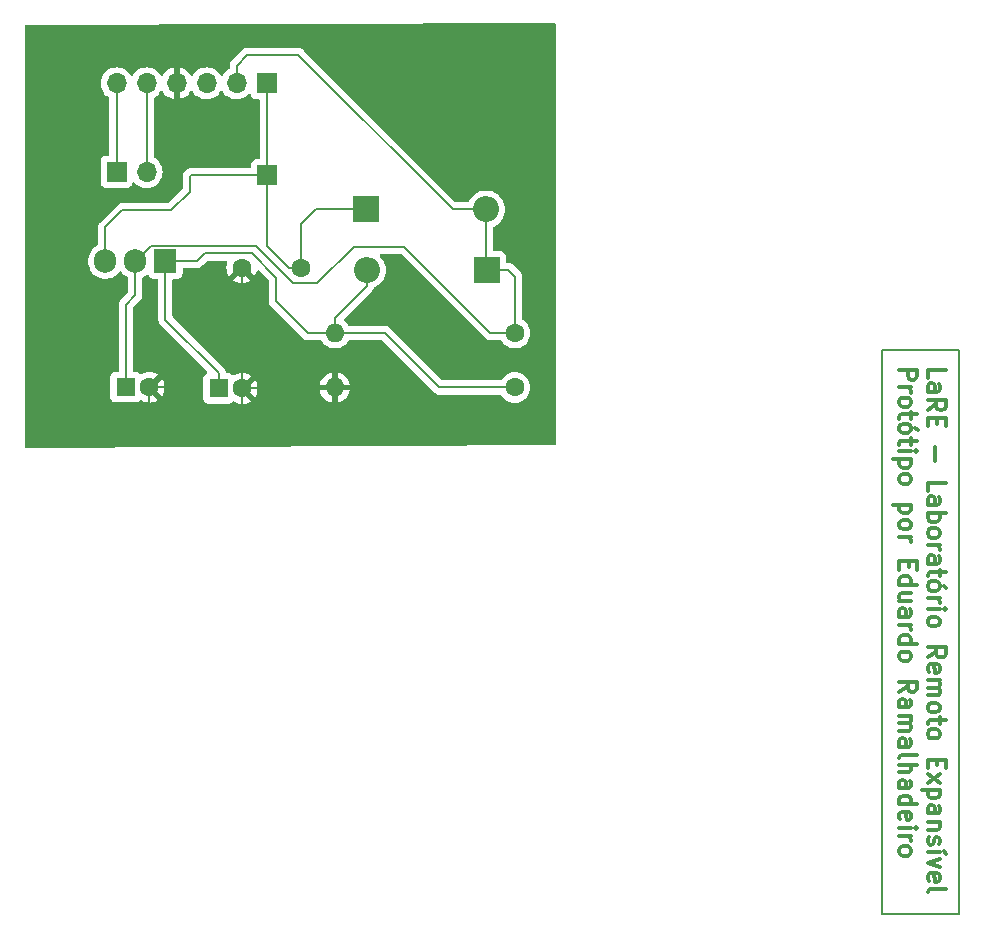
<source format=gbr>
%TF.GenerationSoftware,KiCad,Pcbnew,8.0.3*%
%TF.CreationDate,2024-06-12T06:35:03+01:00*%
%TF.ProjectId,power_sources,706f7765-725f-4736-9f75-726365732e6b,rev?*%
%TF.SameCoordinates,Original*%
%TF.FileFunction,Copper,L1,Top*%
%TF.FilePolarity,Positive*%
%FSLAX46Y46*%
G04 Gerber Fmt 4.6, Leading zero omitted, Abs format (unit mm)*
G04 Created by KiCad (PCBNEW 8.0.3) date 2024-06-12 06:35:03*
%MOMM*%
%LPD*%
G01*
G04 APERTURE LIST*
%ADD10C,0.300000*%
%TA.AperFunction,NonConductor*%
%ADD11C,0.300000*%
%TD*%
%TA.AperFunction,NonConductor*%
%ADD12C,0.200000*%
%TD*%
%TA.AperFunction,ComponentPad*%
%ADD13R,1.700000X1.700000*%
%TD*%
%TA.AperFunction,ComponentPad*%
%ADD14O,1.700000X1.700000*%
%TD*%
%TA.AperFunction,ComponentPad*%
%ADD15R,2.200000X2.200000*%
%TD*%
%TA.AperFunction,ComponentPad*%
%ADD16O,2.200000X2.200000*%
%TD*%
%TA.AperFunction,ComponentPad*%
%ADD17C,1.600000*%
%TD*%
%TA.AperFunction,ComponentPad*%
%ADD18O,1.600000X1.600000*%
%TD*%
%TA.AperFunction,ComponentPad*%
%ADD19R,1.905000X2.000000*%
%TD*%
%TA.AperFunction,ComponentPad*%
%ADD20O,1.905000X2.000000*%
%TD*%
%TA.AperFunction,ComponentPad*%
%ADD21R,1.600000X1.600000*%
%TD*%
%TA.AperFunction,Conductor*%
%ADD22C,0.200000*%
%TD*%
G04 APERTURE END LIST*
D10*
D11*
X180689171Y-72823796D02*
X180689171Y-72109510D01*
X180689171Y-72109510D02*
X182189171Y-72109510D01*
X180689171Y-73966654D02*
X181474885Y-73966654D01*
X181474885Y-73966654D02*
X181617742Y-73895225D01*
X181617742Y-73895225D02*
X181689171Y-73752368D01*
X181689171Y-73752368D02*
X181689171Y-73466654D01*
X181689171Y-73466654D02*
X181617742Y-73323796D01*
X180760600Y-73966654D02*
X180689171Y-73823796D01*
X180689171Y-73823796D02*
X180689171Y-73466654D01*
X180689171Y-73466654D02*
X180760600Y-73323796D01*
X180760600Y-73323796D02*
X180903457Y-73252368D01*
X180903457Y-73252368D02*
X181046314Y-73252368D01*
X181046314Y-73252368D02*
X181189171Y-73323796D01*
X181189171Y-73323796D02*
X181260600Y-73466654D01*
X181260600Y-73466654D02*
X181260600Y-73823796D01*
X181260600Y-73823796D02*
X181332028Y-73966654D01*
X180689171Y-75538082D02*
X181403457Y-75038082D01*
X180689171Y-74680939D02*
X182189171Y-74680939D01*
X182189171Y-74680939D02*
X182189171Y-75252368D01*
X182189171Y-75252368D02*
X182117742Y-75395225D01*
X182117742Y-75395225D02*
X182046314Y-75466654D01*
X182046314Y-75466654D02*
X181903457Y-75538082D01*
X181903457Y-75538082D02*
X181689171Y-75538082D01*
X181689171Y-75538082D02*
X181546314Y-75466654D01*
X181546314Y-75466654D02*
X181474885Y-75395225D01*
X181474885Y-75395225D02*
X181403457Y-75252368D01*
X181403457Y-75252368D02*
X181403457Y-74680939D01*
X181474885Y-76180939D02*
X181474885Y-76680939D01*
X180689171Y-76895225D02*
X180689171Y-76180939D01*
X180689171Y-76180939D02*
X182189171Y-76180939D01*
X182189171Y-76180939D02*
X182189171Y-76895225D01*
X181260600Y-78680939D02*
X181260600Y-79823797D01*
X180689171Y-82395225D02*
X180689171Y-81680939D01*
X180689171Y-81680939D02*
X182189171Y-81680939D01*
X180689171Y-83538083D02*
X181474885Y-83538083D01*
X181474885Y-83538083D02*
X181617742Y-83466654D01*
X181617742Y-83466654D02*
X181689171Y-83323797D01*
X181689171Y-83323797D02*
X181689171Y-83038083D01*
X181689171Y-83038083D02*
X181617742Y-82895225D01*
X180760600Y-83538083D02*
X180689171Y-83395225D01*
X180689171Y-83395225D02*
X180689171Y-83038083D01*
X180689171Y-83038083D02*
X180760600Y-82895225D01*
X180760600Y-82895225D02*
X180903457Y-82823797D01*
X180903457Y-82823797D02*
X181046314Y-82823797D01*
X181046314Y-82823797D02*
X181189171Y-82895225D01*
X181189171Y-82895225D02*
X181260600Y-83038083D01*
X181260600Y-83038083D02*
X181260600Y-83395225D01*
X181260600Y-83395225D02*
X181332028Y-83538083D01*
X180689171Y-84252368D02*
X182189171Y-84252368D01*
X181617742Y-84252368D02*
X181689171Y-84395226D01*
X181689171Y-84395226D02*
X181689171Y-84680940D01*
X181689171Y-84680940D02*
X181617742Y-84823797D01*
X181617742Y-84823797D02*
X181546314Y-84895226D01*
X181546314Y-84895226D02*
X181403457Y-84966654D01*
X181403457Y-84966654D02*
X180974885Y-84966654D01*
X180974885Y-84966654D02*
X180832028Y-84895226D01*
X180832028Y-84895226D02*
X180760600Y-84823797D01*
X180760600Y-84823797D02*
X180689171Y-84680940D01*
X180689171Y-84680940D02*
X180689171Y-84395226D01*
X180689171Y-84395226D02*
X180760600Y-84252368D01*
X180689171Y-85823797D02*
X180760600Y-85680940D01*
X180760600Y-85680940D02*
X180832028Y-85609511D01*
X180832028Y-85609511D02*
X180974885Y-85538083D01*
X180974885Y-85538083D02*
X181403457Y-85538083D01*
X181403457Y-85538083D02*
X181546314Y-85609511D01*
X181546314Y-85609511D02*
X181617742Y-85680940D01*
X181617742Y-85680940D02*
X181689171Y-85823797D01*
X181689171Y-85823797D02*
X181689171Y-86038083D01*
X181689171Y-86038083D02*
X181617742Y-86180940D01*
X181617742Y-86180940D02*
X181546314Y-86252369D01*
X181546314Y-86252369D02*
X181403457Y-86323797D01*
X181403457Y-86323797D02*
X180974885Y-86323797D01*
X180974885Y-86323797D02*
X180832028Y-86252369D01*
X180832028Y-86252369D02*
X180760600Y-86180940D01*
X180760600Y-86180940D02*
X180689171Y-86038083D01*
X180689171Y-86038083D02*
X180689171Y-85823797D01*
X180689171Y-86966654D02*
X181689171Y-86966654D01*
X181403457Y-86966654D02*
X181546314Y-87038083D01*
X181546314Y-87038083D02*
X181617742Y-87109512D01*
X181617742Y-87109512D02*
X181689171Y-87252369D01*
X181689171Y-87252369D02*
X181689171Y-87395226D01*
X180689171Y-88538083D02*
X181474885Y-88538083D01*
X181474885Y-88538083D02*
X181617742Y-88466654D01*
X181617742Y-88466654D02*
X181689171Y-88323797D01*
X181689171Y-88323797D02*
X181689171Y-88038083D01*
X181689171Y-88038083D02*
X181617742Y-87895225D01*
X180760600Y-88538083D02*
X180689171Y-88395225D01*
X180689171Y-88395225D02*
X180689171Y-88038083D01*
X180689171Y-88038083D02*
X180760600Y-87895225D01*
X180760600Y-87895225D02*
X180903457Y-87823797D01*
X180903457Y-87823797D02*
X181046314Y-87823797D01*
X181046314Y-87823797D02*
X181189171Y-87895225D01*
X181189171Y-87895225D02*
X181260600Y-88038083D01*
X181260600Y-88038083D02*
X181260600Y-88395225D01*
X181260600Y-88395225D02*
X181332028Y-88538083D01*
X181689171Y-89038083D02*
X181689171Y-89609511D01*
X182189171Y-89252368D02*
X180903457Y-89252368D01*
X180903457Y-89252368D02*
X180760600Y-89323797D01*
X180760600Y-89323797D02*
X180689171Y-89466654D01*
X180689171Y-89466654D02*
X180689171Y-89609511D01*
X180689171Y-90323797D02*
X180760600Y-90180940D01*
X180760600Y-90180940D02*
X180832028Y-90109511D01*
X180832028Y-90109511D02*
X180974885Y-90038083D01*
X180974885Y-90038083D02*
X181403457Y-90038083D01*
X181403457Y-90038083D02*
X181546314Y-90109511D01*
X181546314Y-90109511D02*
X181617742Y-90180940D01*
X181617742Y-90180940D02*
X181689171Y-90323797D01*
X181689171Y-90323797D02*
X181689171Y-90538083D01*
X181689171Y-90538083D02*
X181617742Y-90680940D01*
X181617742Y-90680940D02*
X181546314Y-90752369D01*
X181546314Y-90752369D02*
X181403457Y-90823797D01*
X181403457Y-90823797D02*
X180974885Y-90823797D01*
X180974885Y-90823797D02*
X180832028Y-90752369D01*
X180832028Y-90752369D02*
X180760600Y-90680940D01*
X180760600Y-90680940D02*
X180689171Y-90538083D01*
X180689171Y-90538083D02*
X180689171Y-90323797D01*
X182260600Y-90609511D02*
X182046314Y-90395226D01*
X180689171Y-91466654D02*
X181689171Y-91466654D01*
X181403457Y-91466654D02*
X181546314Y-91538083D01*
X181546314Y-91538083D02*
X181617742Y-91609512D01*
X181617742Y-91609512D02*
X181689171Y-91752369D01*
X181689171Y-91752369D02*
X181689171Y-91895226D01*
X180689171Y-92395225D02*
X181689171Y-92395225D01*
X182189171Y-92395225D02*
X182117742Y-92323797D01*
X182117742Y-92323797D02*
X182046314Y-92395225D01*
X182046314Y-92395225D02*
X182117742Y-92466654D01*
X182117742Y-92466654D02*
X182189171Y-92395225D01*
X182189171Y-92395225D02*
X182046314Y-92395225D01*
X180689171Y-93323797D02*
X180760600Y-93180940D01*
X180760600Y-93180940D02*
X180832028Y-93109511D01*
X180832028Y-93109511D02*
X180974885Y-93038083D01*
X180974885Y-93038083D02*
X181403457Y-93038083D01*
X181403457Y-93038083D02*
X181546314Y-93109511D01*
X181546314Y-93109511D02*
X181617742Y-93180940D01*
X181617742Y-93180940D02*
X181689171Y-93323797D01*
X181689171Y-93323797D02*
X181689171Y-93538083D01*
X181689171Y-93538083D02*
X181617742Y-93680940D01*
X181617742Y-93680940D02*
X181546314Y-93752369D01*
X181546314Y-93752369D02*
X181403457Y-93823797D01*
X181403457Y-93823797D02*
X180974885Y-93823797D01*
X180974885Y-93823797D02*
X180832028Y-93752369D01*
X180832028Y-93752369D02*
X180760600Y-93680940D01*
X180760600Y-93680940D02*
X180689171Y-93538083D01*
X180689171Y-93538083D02*
X180689171Y-93323797D01*
X180689171Y-96466654D02*
X181403457Y-95966654D01*
X180689171Y-95609511D02*
X182189171Y-95609511D01*
X182189171Y-95609511D02*
X182189171Y-96180940D01*
X182189171Y-96180940D02*
X182117742Y-96323797D01*
X182117742Y-96323797D02*
X182046314Y-96395226D01*
X182046314Y-96395226D02*
X181903457Y-96466654D01*
X181903457Y-96466654D02*
X181689171Y-96466654D01*
X181689171Y-96466654D02*
X181546314Y-96395226D01*
X181546314Y-96395226D02*
X181474885Y-96323797D01*
X181474885Y-96323797D02*
X181403457Y-96180940D01*
X181403457Y-96180940D02*
X181403457Y-95609511D01*
X180760600Y-97680940D02*
X180689171Y-97538083D01*
X180689171Y-97538083D02*
X180689171Y-97252369D01*
X180689171Y-97252369D02*
X180760600Y-97109511D01*
X180760600Y-97109511D02*
X180903457Y-97038083D01*
X180903457Y-97038083D02*
X181474885Y-97038083D01*
X181474885Y-97038083D02*
X181617742Y-97109511D01*
X181617742Y-97109511D02*
X181689171Y-97252369D01*
X181689171Y-97252369D02*
X181689171Y-97538083D01*
X181689171Y-97538083D02*
X181617742Y-97680940D01*
X181617742Y-97680940D02*
X181474885Y-97752369D01*
X181474885Y-97752369D02*
X181332028Y-97752369D01*
X181332028Y-97752369D02*
X181189171Y-97038083D01*
X180689171Y-98395225D02*
X181689171Y-98395225D01*
X181546314Y-98395225D02*
X181617742Y-98466654D01*
X181617742Y-98466654D02*
X181689171Y-98609511D01*
X181689171Y-98609511D02*
X181689171Y-98823797D01*
X181689171Y-98823797D02*
X181617742Y-98966654D01*
X181617742Y-98966654D02*
X181474885Y-99038083D01*
X181474885Y-99038083D02*
X180689171Y-99038083D01*
X181474885Y-99038083D02*
X181617742Y-99109511D01*
X181617742Y-99109511D02*
X181689171Y-99252368D01*
X181689171Y-99252368D02*
X181689171Y-99466654D01*
X181689171Y-99466654D02*
X181617742Y-99609511D01*
X181617742Y-99609511D02*
X181474885Y-99680940D01*
X181474885Y-99680940D02*
X180689171Y-99680940D01*
X180689171Y-100609511D02*
X180760600Y-100466654D01*
X180760600Y-100466654D02*
X180832028Y-100395225D01*
X180832028Y-100395225D02*
X180974885Y-100323797D01*
X180974885Y-100323797D02*
X181403457Y-100323797D01*
X181403457Y-100323797D02*
X181546314Y-100395225D01*
X181546314Y-100395225D02*
X181617742Y-100466654D01*
X181617742Y-100466654D02*
X181689171Y-100609511D01*
X181689171Y-100609511D02*
X181689171Y-100823797D01*
X181689171Y-100823797D02*
X181617742Y-100966654D01*
X181617742Y-100966654D02*
X181546314Y-101038083D01*
X181546314Y-101038083D02*
X181403457Y-101109511D01*
X181403457Y-101109511D02*
X180974885Y-101109511D01*
X180974885Y-101109511D02*
X180832028Y-101038083D01*
X180832028Y-101038083D02*
X180760600Y-100966654D01*
X180760600Y-100966654D02*
X180689171Y-100823797D01*
X180689171Y-100823797D02*
X180689171Y-100609511D01*
X181689171Y-101538083D02*
X181689171Y-102109511D01*
X182189171Y-101752368D02*
X180903457Y-101752368D01*
X180903457Y-101752368D02*
X180760600Y-101823797D01*
X180760600Y-101823797D02*
X180689171Y-101966654D01*
X180689171Y-101966654D02*
X180689171Y-102109511D01*
X180689171Y-102823797D02*
X180760600Y-102680940D01*
X180760600Y-102680940D02*
X180832028Y-102609511D01*
X180832028Y-102609511D02*
X180974885Y-102538083D01*
X180974885Y-102538083D02*
X181403457Y-102538083D01*
X181403457Y-102538083D02*
X181546314Y-102609511D01*
X181546314Y-102609511D02*
X181617742Y-102680940D01*
X181617742Y-102680940D02*
X181689171Y-102823797D01*
X181689171Y-102823797D02*
X181689171Y-103038083D01*
X181689171Y-103038083D02*
X181617742Y-103180940D01*
X181617742Y-103180940D02*
X181546314Y-103252369D01*
X181546314Y-103252369D02*
X181403457Y-103323797D01*
X181403457Y-103323797D02*
X180974885Y-103323797D01*
X180974885Y-103323797D02*
X180832028Y-103252369D01*
X180832028Y-103252369D02*
X180760600Y-103180940D01*
X180760600Y-103180940D02*
X180689171Y-103038083D01*
X180689171Y-103038083D02*
X180689171Y-102823797D01*
X181474885Y-105109511D02*
X181474885Y-105609511D01*
X180689171Y-105823797D02*
X180689171Y-105109511D01*
X180689171Y-105109511D02*
X182189171Y-105109511D01*
X182189171Y-105109511D02*
X182189171Y-105823797D01*
X180689171Y-106323797D02*
X181689171Y-107109512D01*
X181689171Y-106323797D02*
X180689171Y-107109512D01*
X181689171Y-107680940D02*
X180189171Y-107680940D01*
X181617742Y-107680940D02*
X181689171Y-107823798D01*
X181689171Y-107823798D02*
X181689171Y-108109512D01*
X181689171Y-108109512D02*
X181617742Y-108252369D01*
X181617742Y-108252369D02*
X181546314Y-108323798D01*
X181546314Y-108323798D02*
X181403457Y-108395226D01*
X181403457Y-108395226D02*
X180974885Y-108395226D01*
X180974885Y-108395226D02*
X180832028Y-108323798D01*
X180832028Y-108323798D02*
X180760600Y-108252369D01*
X180760600Y-108252369D02*
X180689171Y-108109512D01*
X180689171Y-108109512D02*
X180689171Y-107823798D01*
X180689171Y-107823798D02*
X180760600Y-107680940D01*
X180689171Y-109680941D02*
X181474885Y-109680941D01*
X181474885Y-109680941D02*
X181617742Y-109609512D01*
X181617742Y-109609512D02*
X181689171Y-109466655D01*
X181689171Y-109466655D02*
X181689171Y-109180941D01*
X181689171Y-109180941D02*
X181617742Y-109038083D01*
X180760600Y-109680941D02*
X180689171Y-109538083D01*
X180689171Y-109538083D02*
X180689171Y-109180941D01*
X180689171Y-109180941D02*
X180760600Y-109038083D01*
X180760600Y-109038083D02*
X180903457Y-108966655D01*
X180903457Y-108966655D02*
X181046314Y-108966655D01*
X181046314Y-108966655D02*
X181189171Y-109038083D01*
X181189171Y-109038083D02*
X181260600Y-109180941D01*
X181260600Y-109180941D02*
X181260600Y-109538083D01*
X181260600Y-109538083D02*
X181332028Y-109680941D01*
X181689171Y-110395226D02*
X180689171Y-110395226D01*
X181546314Y-110395226D02*
X181617742Y-110466655D01*
X181617742Y-110466655D02*
X181689171Y-110609512D01*
X181689171Y-110609512D02*
X181689171Y-110823798D01*
X181689171Y-110823798D02*
X181617742Y-110966655D01*
X181617742Y-110966655D02*
X181474885Y-111038084D01*
X181474885Y-111038084D02*
X180689171Y-111038084D01*
X180760600Y-111680941D02*
X180689171Y-111823798D01*
X180689171Y-111823798D02*
X180689171Y-112109512D01*
X180689171Y-112109512D02*
X180760600Y-112252369D01*
X180760600Y-112252369D02*
X180903457Y-112323798D01*
X180903457Y-112323798D02*
X180974885Y-112323798D01*
X180974885Y-112323798D02*
X181117742Y-112252369D01*
X181117742Y-112252369D02*
X181189171Y-112109512D01*
X181189171Y-112109512D02*
X181189171Y-111895227D01*
X181189171Y-111895227D02*
X181260600Y-111752369D01*
X181260600Y-111752369D02*
X181403457Y-111680941D01*
X181403457Y-111680941D02*
X181474885Y-111680941D01*
X181474885Y-111680941D02*
X181617742Y-111752369D01*
X181617742Y-111752369D02*
X181689171Y-111895227D01*
X181689171Y-111895227D02*
X181689171Y-112109512D01*
X181689171Y-112109512D02*
X181617742Y-112252369D01*
X180689171Y-112966655D02*
X181689171Y-112966655D01*
X182260600Y-113109513D02*
X182046314Y-112895227D01*
X181689171Y-113538084D02*
X180689171Y-113895227D01*
X180689171Y-113895227D02*
X181689171Y-114252370D01*
X180760600Y-115395227D02*
X180689171Y-115252370D01*
X180689171Y-115252370D02*
X180689171Y-114966656D01*
X180689171Y-114966656D02*
X180760600Y-114823798D01*
X180760600Y-114823798D02*
X180903457Y-114752370D01*
X180903457Y-114752370D02*
X181474885Y-114752370D01*
X181474885Y-114752370D02*
X181617742Y-114823798D01*
X181617742Y-114823798D02*
X181689171Y-114966656D01*
X181689171Y-114966656D02*
X181689171Y-115252370D01*
X181689171Y-115252370D02*
X181617742Y-115395227D01*
X181617742Y-115395227D02*
X181474885Y-115466656D01*
X181474885Y-115466656D02*
X181332028Y-115466656D01*
X181332028Y-115466656D02*
X181189171Y-114752370D01*
X180689171Y-116323798D02*
X180760600Y-116180941D01*
X180760600Y-116180941D02*
X180903457Y-116109512D01*
X180903457Y-116109512D02*
X182189171Y-116109512D01*
X178274255Y-72109510D02*
X179774255Y-72109510D01*
X179774255Y-72109510D02*
X179774255Y-72680939D01*
X179774255Y-72680939D02*
X179702826Y-72823796D01*
X179702826Y-72823796D02*
X179631398Y-72895225D01*
X179631398Y-72895225D02*
X179488541Y-72966653D01*
X179488541Y-72966653D02*
X179274255Y-72966653D01*
X179274255Y-72966653D02*
X179131398Y-72895225D01*
X179131398Y-72895225D02*
X179059969Y-72823796D01*
X179059969Y-72823796D02*
X178988541Y-72680939D01*
X178988541Y-72680939D02*
X178988541Y-72109510D01*
X178274255Y-73609510D02*
X179274255Y-73609510D01*
X178988541Y-73609510D02*
X179131398Y-73680939D01*
X179131398Y-73680939D02*
X179202826Y-73752368D01*
X179202826Y-73752368D02*
X179274255Y-73895225D01*
X179274255Y-73895225D02*
X179274255Y-74038082D01*
X178274255Y-74752367D02*
X178345684Y-74609510D01*
X178345684Y-74609510D02*
X178417112Y-74538081D01*
X178417112Y-74538081D02*
X178559969Y-74466653D01*
X178559969Y-74466653D02*
X178988541Y-74466653D01*
X178988541Y-74466653D02*
X179131398Y-74538081D01*
X179131398Y-74538081D02*
X179202826Y-74609510D01*
X179202826Y-74609510D02*
X179274255Y-74752367D01*
X179274255Y-74752367D02*
X179274255Y-74966653D01*
X179274255Y-74966653D02*
X179202826Y-75109510D01*
X179202826Y-75109510D02*
X179131398Y-75180939D01*
X179131398Y-75180939D02*
X178988541Y-75252367D01*
X178988541Y-75252367D02*
X178559969Y-75252367D01*
X178559969Y-75252367D02*
X178417112Y-75180939D01*
X178417112Y-75180939D02*
X178345684Y-75109510D01*
X178345684Y-75109510D02*
X178274255Y-74966653D01*
X178274255Y-74966653D02*
X178274255Y-74752367D01*
X179274255Y-75680939D02*
X179274255Y-76252367D01*
X179774255Y-75895224D02*
X178488541Y-75895224D01*
X178488541Y-75895224D02*
X178345684Y-75966653D01*
X178345684Y-75966653D02*
X178274255Y-76109510D01*
X178274255Y-76109510D02*
X178274255Y-76252367D01*
X178274255Y-76966653D02*
X178345684Y-76823796D01*
X178345684Y-76823796D02*
X178417112Y-76752367D01*
X178417112Y-76752367D02*
X178559969Y-76680939D01*
X178559969Y-76680939D02*
X178988541Y-76680939D01*
X178988541Y-76680939D02*
X179131398Y-76752367D01*
X179131398Y-76752367D02*
X179202826Y-76823796D01*
X179202826Y-76823796D02*
X179274255Y-76966653D01*
X179274255Y-76966653D02*
X179274255Y-77180939D01*
X179274255Y-77180939D02*
X179202826Y-77323796D01*
X179202826Y-77323796D02*
X179131398Y-77395225D01*
X179131398Y-77395225D02*
X178988541Y-77466653D01*
X178988541Y-77466653D02*
X178559969Y-77466653D01*
X178559969Y-77466653D02*
X178417112Y-77395225D01*
X178417112Y-77395225D02*
X178345684Y-77323796D01*
X178345684Y-77323796D02*
X178274255Y-77180939D01*
X178274255Y-77180939D02*
X178274255Y-76966653D01*
X179845684Y-77252367D02*
X179631398Y-77038082D01*
X179274255Y-77895225D02*
X179274255Y-78466653D01*
X179774255Y-78109510D02*
X178488541Y-78109510D01*
X178488541Y-78109510D02*
X178345684Y-78180939D01*
X178345684Y-78180939D02*
X178274255Y-78323796D01*
X178274255Y-78323796D02*
X178274255Y-78466653D01*
X178274255Y-78966653D02*
X179274255Y-78966653D01*
X179774255Y-78966653D02*
X179702826Y-78895225D01*
X179702826Y-78895225D02*
X179631398Y-78966653D01*
X179631398Y-78966653D02*
X179702826Y-79038082D01*
X179702826Y-79038082D02*
X179774255Y-78966653D01*
X179774255Y-78966653D02*
X179631398Y-78966653D01*
X179274255Y-79680939D02*
X177774255Y-79680939D01*
X179202826Y-79680939D02*
X179274255Y-79823797D01*
X179274255Y-79823797D02*
X179274255Y-80109511D01*
X179274255Y-80109511D02*
X179202826Y-80252368D01*
X179202826Y-80252368D02*
X179131398Y-80323797D01*
X179131398Y-80323797D02*
X178988541Y-80395225D01*
X178988541Y-80395225D02*
X178559969Y-80395225D01*
X178559969Y-80395225D02*
X178417112Y-80323797D01*
X178417112Y-80323797D02*
X178345684Y-80252368D01*
X178345684Y-80252368D02*
X178274255Y-80109511D01*
X178274255Y-80109511D02*
X178274255Y-79823797D01*
X178274255Y-79823797D02*
X178345684Y-79680939D01*
X178274255Y-81252368D02*
X178345684Y-81109511D01*
X178345684Y-81109511D02*
X178417112Y-81038082D01*
X178417112Y-81038082D02*
X178559969Y-80966654D01*
X178559969Y-80966654D02*
X178988541Y-80966654D01*
X178988541Y-80966654D02*
X179131398Y-81038082D01*
X179131398Y-81038082D02*
X179202826Y-81109511D01*
X179202826Y-81109511D02*
X179274255Y-81252368D01*
X179274255Y-81252368D02*
X179274255Y-81466654D01*
X179274255Y-81466654D02*
X179202826Y-81609511D01*
X179202826Y-81609511D02*
X179131398Y-81680940D01*
X179131398Y-81680940D02*
X178988541Y-81752368D01*
X178988541Y-81752368D02*
X178559969Y-81752368D01*
X178559969Y-81752368D02*
X178417112Y-81680940D01*
X178417112Y-81680940D02*
X178345684Y-81609511D01*
X178345684Y-81609511D02*
X178274255Y-81466654D01*
X178274255Y-81466654D02*
X178274255Y-81252368D01*
X179274255Y-83538082D02*
X177774255Y-83538082D01*
X179202826Y-83538082D02*
X179274255Y-83680940D01*
X179274255Y-83680940D02*
X179274255Y-83966654D01*
X179274255Y-83966654D02*
X179202826Y-84109511D01*
X179202826Y-84109511D02*
X179131398Y-84180940D01*
X179131398Y-84180940D02*
X178988541Y-84252368D01*
X178988541Y-84252368D02*
X178559969Y-84252368D01*
X178559969Y-84252368D02*
X178417112Y-84180940D01*
X178417112Y-84180940D02*
X178345684Y-84109511D01*
X178345684Y-84109511D02*
X178274255Y-83966654D01*
X178274255Y-83966654D02*
X178274255Y-83680940D01*
X178274255Y-83680940D02*
X178345684Y-83538082D01*
X178274255Y-85109511D02*
X178345684Y-84966654D01*
X178345684Y-84966654D02*
X178417112Y-84895225D01*
X178417112Y-84895225D02*
X178559969Y-84823797D01*
X178559969Y-84823797D02*
X178988541Y-84823797D01*
X178988541Y-84823797D02*
X179131398Y-84895225D01*
X179131398Y-84895225D02*
X179202826Y-84966654D01*
X179202826Y-84966654D02*
X179274255Y-85109511D01*
X179274255Y-85109511D02*
X179274255Y-85323797D01*
X179274255Y-85323797D02*
X179202826Y-85466654D01*
X179202826Y-85466654D02*
X179131398Y-85538083D01*
X179131398Y-85538083D02*
X178988541Y-85609511D01*
X178988541Y-85609511D02*
X178559969Y-85609511D01*
X178559969Y-85609511D02*
X178417112Y-85538083D01*
X178417112Y-85538083D02*
X178345684Y-85466654D01*
X178345684Y-85466654D02*
X178274255Y-85323797D01*
X178274255Y-85323797D02*
X178274255Y-85109511D01*
X178274255Y-86252368D02*
X179274255Y-86252368D01*
X178988541Y-86252368D02*
X179131398Y-86323797D01*
X179131398Y-86323797D02*
X179202826Y-86395226D01*
X179202826Y-86395226D02*
X179274255Y-86538083D01*
X179274255Y-86538083D02*
X179274255Y-86680940D01*
X179059969Y-88323796D02*
X179059969Y-88823796D01*
X178274255Y-89038082D02*
X178274255Y-88323796D01*
X178274255Y-88323796D02*
X179774255Y-88323796D01*
X179774255Y-88323796D02*
X179774255Y-89038082D01*
X178274255Y-90323797D02*
X179774255Y-90323797D01*
X178345684Y-90323797D02*
X178274255Y-90180939D01*
X178274255Y-90180939D02*
X178274255Y-89895225D01*
X178274255Y-89895225D02*
X178345684Y-89752368D01*
X178345684Y-89752368D02*
X178417112Y-89680939D01*
X178417112Y-89680939D02*
X178559969Y-89609511D01*
X178559969Y-89609511D02*
X178988541Y-89609511D01*
X178988541Y-89609511D02*
X179131398Y-89680939D01*
X179131398Y-89680939D02*
X179202826Y-89752368D01*
X179202826Y-89752368D02*
X179274255Y-89895225D01*
X179274255Y-89895225D02*
X179274255Y-90180939D01*
X179274255Y-90180939D02*
X179202826Y-90323797D01*
X179274255Y-91680940D02*
X178274255Y-91680940D01*
X179274255Y-91038082D02*
X178488541Y-91038082D01*
X178488541Y-91038082D02*
X178345684Y-91109511D01*
X178345684Y-91109511D02*
X178274255Y-91252368D01*
X178274255Y-91252368D02*
X178274255Y-91466654D01*
X178274255Y-91466654D02*
X178345684Y-91609511D01*
X178345684Y-91609511D02*
X178417112Y-91680940D01*
X178274255Y-93038083D02*
X179059969Y-93038083D01*
X179059969Y-93038083D02*
X179202826Y-92966654D01*
X179202826Y-92966654D02*
X179274255Y-92823797D01*
X179274255Y-92823797D02*
X179274255Y-92538083D01*
X179274255Y-92538083D02*
X179202826Y-92395225D01*
X178345684Y-93038083D02*
X178274255Y-92895225D01*
X178274255Y-92895225D02*
X178274255Y-92538083D01*
X178274255Y-92538083D02*
X178345684Y-92395225D01*
X178345684Y-92395225D02*
X178488541Y-92323797D01*
X178488541Y-92323797D02*
X178631398Y-92323797D01*
X178631398Y-92323797D02*
X178774255Y-92395225D01*
X178774255Y-92395225D02*
X178845684Y-92538083D01*
X178845684Y-92538083D02*
X178845684Y-92895225D01*
X178845684Y-92895225D02*
X178917112Y-93038083D01*
X178274255Y-93752368D02*
X179274255Y-93752368D01*
X178988541Y-93752368D02*
X179131398Y-93823797D01*
X179131398Y-93823797D02*
X179202826Y-93895226D01*
X179202826Y-93895226D02*
X179274255Y-94038083D01*
X179274255Y-94038083D02*
X179274255Y-94180940D01*
X178274255Y-95323797D02*
X179774255Y-95323797D01*
X178345684Y-95323797D02*
X178274255Y-95180939D01*
X178274255Y-95180939D02*
X178274255Y-94895225D01*
X178274255Y-94895225D02*
X178345684Y-94752368D01*
X178345684Y-94752368D02*
X178417112Y-94680939D01*
X178417112Y-94680939D02*
X178559969Y-94609511D01*
X178559969Y-94609511D02*
X178988541Y-94609511D01*
X178988541Y-94609511D02*
X179131398Y-94680939D01*
X179131398Y-94680939D02*
X179202826Y-94752368D01*
X179202826Y-94752368D02*
X179274255Y-94895225D01*
X179274255Y-94895225D02*
X179274255Y-95180939D01*
X179274255Y-95180939D02*
X179202826Y-95323797D01*
X178274255Y-96252368D02*
X178345684Y-96109511D01*
X178345684Y-96109511D02*
X178417112Y-96038082D01*
X178417112Y-96038082D02*
X178559969Y-95966654D01*
X178559969Y-95966654D02*
X178988541Y-95966654D01*
X178988541Y-95966654D02*
X179131398Y-96038082D01*
X179131398Y-96038082D02*
X179202826Y-96109511D01*
X179202826Y-96109511D02*
X179274255Y-96252368D01*
X179274255Y-96252368D02*
X179274255Y-96466654D01*
X179274255Y-96466654D02*
X179202826Y-96609511D01*
X179202826Y-96609511D02*
X179131398Y-96680940D01*
X179131398Y-96680940D02*
X178988541Y-96752368D01*
X178988541Y-96752368D02*
X178559969Y-96752368D01*
X178559969Y-96752368D02*
X178417112Y-96680940D01*
X178417112Y-96680940D02*
X178345684Y-96609511D01*
X178345684Y-96609511D02*
X178274255Y-96466654D01*
X178274255Y-96466654D02*
X178274255Y-96252368D01*
X178274255Y-99395225D02*
X178988541Y-98895225D01*
X178274255Y-98538082D02*
X179774255Y-98538082D01*
X179774255Y-98538082D02*
X179774255Y-99109511D01*
X179774255Y-99109511D02*
X179702826Y-99252368D01*
X179702826Y-99252368D02*
X179631398Y-99323797D01*
X179631398Y-99323797D02*
X179488541Y-99395225D01*
X179488541Y-99395225D02*
X179274255Y-99395225D01*
X179274255Y-99395225D02*
X179131398Y-99323797D01*
X179131398Y-99323797D02*
X179059969Y-99252368D01*
X179059969Y-99252368D02*
X178988541Y-99109511D01*
X178988541Y-99109511D02*
X178988541Y-98538082D01*
X178274255Y-100680940D02*
X179059969Y-100680940D01*
X179059969Y-100680940D02*
X179202826Y-100609511D01*
X179202826Y-100609511D02*
X179274255Y-100466654D01*
X179274255Y-100466654D02*
X179274255Y-100180940D01*
X179274255Y-100180940D02*
X179202826Y-100038082D01*
X178345684Y-100680940D02*
X178274255Y-100538082D01*
X178274255Y-100538082D02*
X178274255Y-100180940D01*
X178274255Y-100180940D02*
X178345684Y-100038082D01*
X178345684Y-100038082D02*
X178488541Y-99966654D01*
X178488541Y-99966654D02*
X178631398Y-99966654D01*
X178631398Y-99966654D02*
X178774255Y-100038082D01*
X178774255Y-100038082D02*
X178845684Y-100180940D01*
X178845684Y-100180940D02*
X178845684Y-100538082D01*
X178845684Y-100538082D02*
X178917112Y-100680940D01*
X178274255Y-101395225D02*
X179274255Y-101395225D01*
X179131398Y-101395225D02*
X179202826Y-101466654D01*
X179202826Y-101466654D02*
X179274255Y-101609511D01*
X179274255Y-101609511D02*
X179274255Y-101823797D01*
X179274255Y-101823797D02*
X179202826Y-101966654D01*
X179202826Y-101966654D02*
X179059969Y-102038083D01*
X179059969Y-102038083D02*
X178274255Y-102038083D01*
X179059969Y-102038083D02*
X179202826Y-102109511D01*
X179202826Y-102109511D02*
X179274255Y-102252368D01*
X179274255Y-102252368D02*
X179274255Y-102466654D01*
X179274255Y-102466654D02*
X179202826Y-102609511D01*
X179202826Y-102609511D02*
X179059969Y-102680940D01*
X179059969Y-102680940D02*
X178274255Y-102680940D01*
X178274255Y-104038083D02*
X179059969Y-104038083D01*
X179059969Y-104038083D02*
X179202826Y-103966654D01*
X179202826Y-103966654D02*
X179274255Y-103823797D01*
X179274255Y-103823797D02*
X179274255Y-103538083D01*
X179274255Y-103538083D02*
X179202826Y-103395225D01*
X178345684Y-104038083D02*
X178274255Y-103895225D01*
X178274255Y-103895225D02*
X178274255Y-103538083D01*
X178274255Y-103538083D02*
X178345684Y-103395225D01*
X178345684Y-103395225D02*
X178488541Y-103323797D01*
X178488541Y-103323797D02*
X178631398Y-103323797D01*
X178631398Y-103323797D02*
X178774255Y-103395225D01*
X178774255Y-103395225D02*
X178845684Y-103538083D01*
X178845684Y-103538083D02*
X178845684Y-103895225D01*
X178845684Y-103895225D02*
X178917112Y-104038083D01*
X178274255Y-104966654D02*
X178345684Y-104823797D01*
X178345684Y-104823797D02*
X178488541Y-104752368D01*
X178488541Y-104752368D02*
X179774255Y-104752368D01*
X178274255Y-105538082D02*
X179774255Y-105538082D01*
X178274255Y-106180940D02*
X179059969Y-106180940D01*
X179059969Y-106180940D02*
X179202826Y-106109511D01*
X179202826Y-106109511D02*
X179274255Y-105966654D01*
X179274255Y-105966654D02*
X179274255Y-105752368D01*
X179274255Y-105752368D02*
X179202826Y-105609511D01*
X179202826Y-105609511D02*
X179131398Y-105538082D01*
X178274255Y-107538083D02*
X179059969Y-107538083D01*
X179059969Y-107538083D02*
X179202826Y-107466654D01*
X179202826Y-107466654D02*
X179274255Y-107323797D01*
X179274255Y-107323797D02*
X179274255Y-107038083D01*
X179274255Y-107038083D02*
X179202826Y-106895225D01*
X178345684Y-107538083D02*
X178274255Y-107395225D01*
X178274255Y-107395225D02*
X178274255Y-107038083D01*
X178274255Y-107038083D02*
X178345684Y-106895225D01*
X178345684Y-106895225D02*
X178488541Y-106823797D01*
X178488541Y-106823797D02*
X178631398Y-106823797D01*
X178631398Y-106823797D02*
X178774255Y-106895225D01*
X178774255Y-106895225D02*
X178845684Y-107038083D01*
X178845684Y-107038083D02*
X178845684Y-107395225D01*
X178845684Y-107395225D02*
X178917112Y-107538083D01*
X178274255Y-108895226D02*
X179774255Y-108895226D01*
X178345684Y-108895226D02*
X178274255Y-108752368D01*
X178274255Y-108752368D02*
X178274255Y-108466654D01*
X178274255Y-108466654D02*
X178345684Y-108323797D01*
X178345684Y-108323797D02*
X178417112Y-108252368D01*
X178417112Y-108252368D02*
X178559969Y-108180940D01*
X178559969Y-108180940D02*
X178988541Y-108180940D01*
X178988541Y-108180940D02*
X179131398Y-108252368D01*
X179131398Y-108252368D02*
X179202826Y-108323797D01*
X179202826Y-108323797D02*
X179274255Y-108466654D01*
X179274255Y-108466654D02*
X179274255Y-108752368D01*
X179274255Y-108752368D02*
X179202826Y-108895226D01*
X178345684Y-110180940D02*
X178274255Y-110038083D01*
X178274255Y-110038083D02*
X178274255Y-109752369D01*
X178274255Y-109752369D02*
X178345684Y-109609511D01*
X178345684Y-109609511D02*
X178488541Y-109538083D01*
X178488541Y-109538083D02*
X179059969Y-109538083D01*
X179059969Y-109538083D02*
X179202826Y-109609511D01*
X179202826Y-109609511D02*
X179274255Y-109752369D01*
X179274255Y-109752369D02*
X179274255Y-110038083D01*
X179274255Y-110038083D02*
X179202826Y-110180940D01*
X179202826Y-110180940D02*
X179059969Y-110252369D01*
X179059969Y-110252369D02*
X178917112Y-110252369D01*
X178917112Y-110252369D02*
X178774255Y-109538083D01*
X178274255Y-110895225D02*
X179274255Y-110895225D01*
X179774255Y-110895225D02*
X179702826Y-110823797D01*
X179702826Y-110823797D02*
X179631398Y-110895225D01*
X179631398Y-110895225D02*
X179702826Y-110966654D01*
X179702826Y-110966654D02*
X179774255Y-110895225D01*
X179774255Y-110895225D02*
X179631398Y-110895225D01*
X178274255Y-111609511D02*
X179274255Y-111609511D01*
X178988541Y-111609511D02*
X179131398Y-111680940D01*
X179131398Y-111680940D02*
X179202826Y-111752369D01*
X179202826Y-111752369D02*
X179274255Y-111895226D01*
X179274255Y-111895226D02*
X179274255Y-112038083D01*
X178274255Y-112752368D02*
X178345684Y-112609511D01*
X178345684Y-112609511D02*
X178417112Y-112538082D01*
X178417112Y-112538082D02*
X178559969Y-112466654D01*
X178559969Y-112466654D02*
X178988541Y-112466654D01*
X178988541Y-112466654D02*
X179131398Y-112538082D01*
X179131398Y-112538082D02*
X179202826Y-112609511D01*
X179202826Y-112609511D02*
X179274255Y-112752368D01*
X179274255Y-112752368D02*
X179274255Y-112966654D01*
X179274255Y-112966654D02*
X179202826Y-113109511D01*
X179202826Y-113109511D02*
X179131398Y-113180940D01*
X179131398Y-113180940D02*
X178988541Y-113252368D01*
X178988541Y-113252368D02*
X178559969Y-113252368D01*
X178559969Y-113252368D02*
X178417112Y-113180940D01*
X178417112Y-113180940D02*
X178345684Y-113109511D01*
X178345684Y-113109511D02*
X178274255Y-112966654D01*
X178274255Y-112966654D02*
X178274255Y-112752368D01*
D12*
X176780000Y-70430000D02*
X183370000Y-70430000D01*
X183370000Y-118230000D01*
X176780000Y-118230000D01*
X176780000Y-70430000D01*
D13*
%TO.P,J2,1,Pin_1*%
%TO.N,/transf-*%
X112000000Y-55345000D03*
D14*
%TO.P,J2,2,Pin_2*%
%TO.N,/transf+*%
X114540000Y-55345000D03*
%TD*%
D15*
%TO.P,D2,1,K*%
%TO.N,/5V*%
X143350000Y-63660000D03*
D16*
%TO.P,D2,2,A*%
%TO.N,Net-(D2-A)*%
X133190000Y-63660000D03*
%TD*%
D13*
%TO.P,J3,1,Pin_1*%
%TO.N,/12V*%
X124710000Y-47860000D03*
D14*
%TO.P,J3,2,Pin_2*%
%TO.N,/5V*%
X122170000Y-47860000D03*
%TO.P,J3,3,Pin_3*%
%TO.N,/5V_{VB}*%
X119630000Y-47860000D03*
%TO.P,J3,4,Pin_4*%
%TO.N,GND*%
X117090000Y-47860000D03*
%TO.P,J3,5,Pin_5*%
%TO.N,/transf+*%
X114550000Y-47860000D03*
%TO.P,J3,6,Pin_6*%
%TO.N,/transf-*%
X112010000Y-47860000D03*
%TD*%
D17*
%TO.P,R2,1*%
%TO.N,/5V*%
X145730000Y-69000000D03*
D18*
%TO.P,R2,2*%
%TO.N,Net-(D2-A)*%
X130490000Y-69000000D03*
%TD*%
D19*
%TO.P,U1,1,ADJ*%
%TO.N,Net-(D2-A)*%
X116140000Y-62910000D03*
D20*
%TO.P,U1,2,VO*%
%TO.N,/5V*%
X113600000Y-62910000D03*
%TO.P,U1,3,VI*%
%TO.N,/12V*%
X111060000Y-62910000D03*
%TD*%
D15*
%TO.P,D1,1,K*%
%TO.N,/12V*%
X133130000Y-58540000D03*
D16*
%TO.P,D1,2,A*%
%TO.N,/5V*%
X143290000Y-58540000D03*
%TD*%
D17*
%TO.P,C_{i}1,1*%
%TO.N,/12V*%
X127610000Y-63470000D03*
%TO.P,C_{i}1,2*%
%TO.N,GND*%
X122610000Y-63470000D03*
%TD*%
%TO.P,R1,1*%
%TO.N,Net-(D2-A)*%
X145720000Y-73610000D03*
D18*
%TO.P,R1,2*%
%TO.N,GND*%
X130480000Y-73610000D03*
%TD*%
D21*
%TO.P,C_{adj}1,1*%
%TO.N,Net-(D2-A)*%
X120650000Y-73690000D03*
D17*
%TO.P,C_{adj}1,2*%
%TO.N,GND*%
X122650000Y-73690000D03*
%TD*%
D13*
%TO.P,J1,1,Pin_1*%
%TO.N,/12V*%
X124750000Y-55610000D03*
%TD*%
D21*
%TO.P,C_{Out}1,1*%
%TO.N,/5V*%
X112774900Y-73580000D03*
D17*
%TO.P,C_{Out}1,2*%
%TO.N,GND*%
X114774900Y-73580000D03*
%TD*%
D22*
%TO.N,GND*%
X122650000Y-73690000D02*
X122650000Y-63510000D01*
X108940000Y-46610000D02*
X110090000Y-45460000D01*
X116460000Y-73580000D02*
X118420000Y-75540000D01*
X122650000Y-73690000D02*
X130400000Y-73690000D01*
X114774900Y-73580000D02*
X114774900Y-75275100D01*
X114470000Y-75580000D02*
X109410000Y-75580000D01*
X118420000Y-75540000D02*
X122340000Y-75540000D01*
X116810000Y-45460000D02*
X117090000Y-45740000D01*
X122650000Y-75230000D02*
X122650000Y-73690000D01*
X108940000Y-75110000D02*
X108940000Y-46610000D01*
X117090000Y-45740000D02*
X117090000Y-47860000D01*
X109410000Y-75580000D02*
X108940000Y-75110000D01*
X110090000Y-45460000D02*
X116810000Y-45460000D01*
X122340000Y-75540000D02*
X122650000Y-75230000D01*
X122650000Y-63510000D02*
X122610000Y-63470000D01*
X114774900Y-75275100D02*
X114470000Y-75580000D01*
X130400000Y-73690000D02*
X130480000Y-73610000D01*
X114774900Y-73580000D02*
X116460000Y-73580000D01*
%TO.N,Net-(D2-A)*%
X116140000Y-67860000D02*
X116140000Y-62910000D01*
X139330000Y-73610000D02*
X145720000Y-73610000D01*
X133190000Y-65060000D02*
X133190000Y-63660000D01*
X116140000Y-62910000D02*
X116680000Y-62370000D01*
X130180000Y-69000000D02*
X130490000Y-69000000D01*
X120650000Y-73690000D02*
X120650000Y-72370000D01*
X123470000Y-62260000D02*
X125510000Y-64300000D01*
X116140000Y-62910000D02*
X118800000Y-62910000D01*
X130490000Y-67760000D02*
X133190000Y-65060000D01*
X120650000Y-72370000D02*
X116140000Y-67860000D01*
X125510000Y-64300000D02*
X125510000Y-66320000D01*
X119450000Y-62260000D02*
X123470000Y-62260000D01*
X134720000Y-69000000D02*
X139330000Y-73610000D01*
X130490000Y-69000000D02*
X134720000Y-69000000D01*
X130490000Y-69000000D02*
X130490000Y-67760000D01*
X128190000Y-69000000D02*
X130490000Y-69000000D01*
X125510000Y-66320000D02*
X128190000Y-69000000D01*
X118800000Y-62910000D02*
X119450000Y-62260000D01*
%TO.N,/12V*%
X127610000Y-59800000D02*
X128870000Y-58540000D01*
X111060000Y-62910000D02*
X111060000Y-60030000D01*
X111060000Y-60030000D02*
X112490000Y-58600000D01*
X118330000Y-55610000D02*
X124750000Y-55610000D01*
X112490000Y-58600000D02*
X116630000Y-58600000D01*
X124750000Y-47900000D02*
X124710000Y-47860000D01*
X128870000Y-58540000D02*
X133130000Y-58540000D01*
X124750000Y-55610000D02*
X124750000Y-61650000D01*
X118190000Y-57040000D02*
X118190000Y-55750000D01*
X118190000Y-55750000D02*
X118330000Y-55610000D01*
X124750000Y-55610000D02*
X124750000Y-47900000D01*
X124750000Y-61650000D02*
X126570000Y-63470000D01*
X116630000Y-58600000D02*
X118190000Y-57040000D01*
X126570000Y-63470000D02*
X127610000Y-63470000D01*
X127610000Y-63470000D02*
X127610000Y-59800000D01*
%TO.N,/transf-*%
X112000000Y-47870000D02*
X112010000Y-47860000D01*
X112000000Y-55345000D02*
X112000000Y-47870000D01*
%TO.N,/5V*%
X113600000Y-62910000D02*
X113647500Y-62910000D01*
X145730000Y-69000000D02*
X145730000Y-64230000D01*
X140470000Y-58540000D02*
X127390000Y-45460000D01*
X113600000Y-62910000D02*
X113600000Y-65790000D01*
X114947500Y-61610000D02*
X123800000Y-61610000D01*
X112800000Y-73554900D02*
X112774900Y-73580000D01*
X113647500Y-62910000D02*
X114947500Y-61610000D01*
X143290000Y-63600000D02*
X143350000Y-63660000D01*
X112800000Y-66590000D02*
X112800000Y-73554900D01*
X143290000Y-58540000D02*
X140470000Y-58540000D01*
X136350000Y-61690000D02*
X143660000Y-69000000D01*
X145160000Y-63660000D02*
X143350000Y-63660000D01*
X145730000Y-64230000D02*
X145160000Y-63660000D01*
X143660000Y-69000000D02*
X145730000Y-69000000D01*
X122170000Y-46380000D02*
X122170000Y-47860000D01*
X126970101Y-64780101D02*
X129009899Y-64780101D01*
X143290000Y-58540000D02*
X143290000Y-63600000D01*
X113600000Y-65790000D02*
X112800000Y-66590000D01*
X127390000Y-45460000D02*
X123090000Y-45460000D01*
X132100000Y-61690000D02*
X136350000Y-61690000D01*
X123090000Y-45460000D02*
X122170000Y-46380000D01*
X129009899Y-64780101D02*
X132100000Y-61690000D01*
X123800000Y-61610000D02*
X126970101Y-64780101D01*
%TO.N,/transf+*%
X114550000Y-55335000D02*
X114540000Y-55345000D01*
X114550000Y-47860000D02*
X114550000Y-55335000D01*
%TD*%
%TA.AperFunction,Conductor*%
%TO.N,GND*%
G36*
X149132761Y-42789837D02*
G01*
X149178657Y-42842519D01*
X149190000Y-42894331D01*
X149190000Y-78376660D01*
X149170315Y-78443699D01*
X149117511Y-78489454D01*
X149066662Y-78500658D01*
X104344662Y-78739334D01*
X104277518Y-78720008D01*
X104231482Y-78667449D01*
X104220000Y-78615336D01*
X104220000Y-62748146D01*
X109607000Y-62748146D01*
X109607000Y-63071854D01*
X109619365Y-63149920D01*
X109642778Y-63297746D01*
X109642778Y-63297749D01*
X109713450Y-63515255D01*
X109774209Y-63634500D01*
X109817283Y-63719038D01*
X109951714Y-63904066D01*
X110113434Y-64065786D01*
X110298462Y-64200217D01*
X110493777Y-64299735D01*
X110502244Y-64304049D01*
X110719751Y-64374721D01*
X110719752Y-64374721D01*
X110719755Y-64374722D01*
X110945646Y-64410500D01*
X110945647Y-64410500D01*
X111174353Y-64410500D01*
X111174354Y-64410500D01*
X111400245Y-64374722D01*
X111400248Y-64374721D01*
X111400249Y-64374721D01*
X111617755Y-64304049D01*
X111617755Y-64304048D01*
X111617758Y-64304048D01*
X111821538Y-64200217D01*
X112006566Y-64065786D01*
X112168286Y-63904066D01*
X112229683Y-63819559D01*
X112285012Y-63776896D01*
X112354625Y-63770917D01*
X112416420Y-63803523D01*
X112430314Y-63819556D01*
X112491714Y-63904066D01*
X112653434Y-64065786D01*
X112838462Y-64200217D01*
X112931795Y-64247772D01*
X112982590Y-64295745D01*
X112999500Y-64358256D01*
X112999500Y-65489902D01*
X112979815Y-65556941D01*
X112963181Y-65577583D01*
X112319481Y-66221282D01*
X112319479Y-66221284D01*
X112308132Y-66240939D01*
X112291054Y-66270520D01*
X112240423Y-66358215D01*
X112199499Y-66510943D01*
X112199499Y-66510945D01*
X112199499Y-66679046D01*
X112199500Y-66679059D01*
X112199500Y-72155500D01*
X112179815Y-72222539D01*
X112127011Y-72268294D01*
X112075501Y-72279500D01*
X111927030Y-72279500D01*
X111927023Y-72279501D01*
X111867416Y-72285908D01*
X111732571Y-72336202D01*
X111732564Y-72336206D01*
X111617355Y-72422452D01*
X111617352Y-72422455D01*
X111531106Y-72537664D01*
X111531102Y-72537671D01*
X111480808Y-72672517D01*
X111474401Y-72732116D01*
X111474400Y-72732135D01*
X111474400Y-74427870D01*
X111474401Y-74427876D01*
X111480808Y-74487483D01*
X111531102Y-74622328D01*
X111531106Y-74622335D01*
X111617352Y-74737544D01*
X111617355Y-74737547D01*
X111732564Y-74823793D01*
X111732571Y-74823797D01*
X111867417Y-74874091D01*
X111867416Y-74874091D01*
X111874344Y-74874835D01*
X111927027Y-74880500D01*
X113622772Y-74880499D01*
X113682383Y-74874091D01*
X113817231Y-74823796D01*
X113932446Y-74737546D01*
X113939250Y-74728455D01*
X113995180Y-74686584D01*
X114064871Y-74681597D01*
X114109640Y-74701188D01*
X114122412Y-74710130D01*
X114122418Y-74710134D01*
X114328573Y-74806265D01*
X114328582Y-74806269D01*
X114548289Y-74865139D01*
X114548300Y-74865141D01*
X114774898Y-74884966D01*
X114774902Y-74884966D01*
X115001499Y-74865141D01*
X115001510Y-74865139D01*
X115221217Y-74806269D01*
X115221231Y-74806264D01*
X115427378Y-74710136D01*
X115500371Y-74659024D01*
X114821347Y-73980000D01*
X114827561Y-73980000D01*
X114929294Y-73952741D01*
X115020506Y-73900080D01*
X115094980Y-73825606D01*
X115147641Y-73734394D01*
X115174900Y-73632661D01*
X115174900Y-73626447D01*
X115853924Y-74305471D01*
X115905036Y-74232478D01*
X116001164Y-74026331D01*
X116001169Y-74026317D01*
X116060039Y-73806610D01*
X116060041Y-73806599D01*
X116079866Y-73580002D01*
X116079866Y-73579997D01*
X116060041Y-73353400D01*
X116060039Y-73353389D01*
X116001169Y-73133682D01*
X116001164Y-73133668D01*
X115905036Y-72927521D01*
X115905032Y-72927513D01*
X115853925Y-72854526D01*
X115174900Y-73533551D01*
X115174900Y-73527339D01*
X115147641Y-73425606D01*
X115094980Y-73334394D01*
X115020506Y-73259920D01*
X114929294Y-73207259D01*
X114827561Y-73180000D01*
X114821347Y-73180000D01*
X115500372Y-72500974D01*
X115427378Y-72449863D01*
X115221231Y-72353735D01*
X115221217Y-72353730D01*
X115001510Y-72294860D01*
X115001499Y-72294858D01*
X114774902Y-72275034D01*
X114774898Y-72275034D01*
X114548300Y-72294858D01*
X114548289Y-72294860D01*
X114328582Y-72353730D01*
X114328573Y-72353734D01*
X114122412Y-72449868D01*
X114122407Y-72449871D01*
X114109636Y-72458813D01*
X114043429Y-72481138D01*
X113975663Y-72464124D01*
X113939252Y-72431546D01*
X113932446Y-72422454D01*
X113932444Y-72422453D01*
X113932444Y-72422452D01*
X113817235Y-72336206D01*
X113817228Y-72336202D01*
X113682382Y-72285908D01*
X113682383Y-72285908D01*
X113622783Y-72279501D01*
X113622781Y-72279500D01*
X113622773Y-72279500D01*
X113622765Y-72279500D01*
X113524500Y-72279500D01*
X113457461Y-72259815D01*
X113411706Y-72207011D01*
X113400500Y-72155500D01*
X113400500Y-66890096D01*
X113420185Y-66823057D01*
X113436815Y-66802419D01*
X113968713Y-66270521D01*
X113968716Y-66270520D01*
X114080520Y-66158716D01*
X114130639Y-66071904D01*
X114159577Y-66021785D01*
X114200501Y-65869057D01*
X114200501Y-65710943D01*
X114200501Y-65703348D01*
X114200500Y-65703330D01*
X114200500Y-64358256D01*
X114220185Y-64291217D01*
X114268204Y-64247772D01*
X114361538Y-64200217D01*
X114544245Y-64067472D01*
X114610046Y-64043994D01*
X114678100Y-64059819D01*
X114726795Y-64109924D01*
X114733308Y-64124459D01*
X114743702Y-64152328D01*
X114743706Y-64152335D01*
X114829952Y-64267544D01*
X114829955Y-64267547D01*
X114945164Y-64353793D01*
X114945171Y-64353797D01*
X114990118Y-64370561D01*
X115080017Y-64404091D01*
X115139627Y-64410500D01*
X115415501Y-64410499D01*
X115482539Y-64430183D01*
X115528294Y-64482987D01*
X115539500Y-64534499D01*
X115539500Y-67773330D01*
X115539499Y-67773348D01*
X115539499Y-67939054D01*
X115539498Y-67939054D01*
X115539499Y-67939057D01*
X115580423Y-68091785D01*
X115604857Y-68134106D01*
X115659477Y-68228712D01*
X115659481Y-68228717D01*
X115778349Y-68347585D01*
X115778355Y-68347590D01*
X119667376Y-72236611D01*
X119700861Y-72297934D01*
X119695877Y-72367626D01*
X119654005Y-72423559D01*
X119623033Y-72440472D01*
X119607674Y-72446200D01*
X119607664Y-72446206D01*
X119492455Y-72532452D01*
X119492452Y-72532455D01*
X119406206Y-72647664D01*
X119406202Y-72647671D01*
X119355908Y-72782517D01*
X119349501Y-72842116D01*
X119349500Y-72842135D01*
X119349500Y-74537870D01*
X119349501Y-74537876D01*
X119355908Y-74597483D01*
X119406202Y-74732328D01*
X119406206Y-74732335D01*
X119492452Y-74847544D01*
X119492455Y-74847547D01*
X119607664Y-74933793D01*
X119607671Y-74933797D01*
X119742517Y-74984091D01*
X119742516Y-74984091D01*
X119749444Y-74984835D01*
X119802127Y-74990500D01*
X121497872Y-74990499D01*
X121557483Y-74984091D01*
X121692331Y-74933796D01*
X121807546Y-74847546D01*
X121814350Y-74838455D01*
X121870280Y-74796584D01*
X121939971Y-74791597D01*
X121984740Y-74811188D01*
X121997512Y-74820130D01*
X121997518Y-74820134D01*
X122203673Y-74916265D01*
X122203682Y-74916269D01*
X122423389Y-74975139D01*
X122423400Y-74975141D01*
X122649998Y-74994966D01*
X122650002Y-74994966D01*
X122876599Y-74975141D01*
X122876610Y-74975139D01*
X123096317Y-74916269D01*
X123096331Y-74916264D01*
X123302478Y-74820136D01*
X123375471Y-74769024D01*
X122696447Y-74090000D01*
X122702661Y-74090000D01*
X122804394Y-74062741D01*
X122895606Y-74010080D01*
X122970080Y-73935606D01*
X123022741Y-73844394D01*
X123050000Y-73742661D01*
X123050000Y-73736447D01*
X123729024Y-74415471D01*
X123780136Y-74342478D01*
X123876264Y-74136331D01*
X123876269Y-74136317D01*
X123935139Y-73916610D01*
X123935141Y-73916599D01*
X123954966Y-73690002D01*
X123954966Y-73689997D01*
X123935141Y-73463400D01*
X123935139Y-73463389D01*
X123907436Y-73359999D01*
X129201127Y-73359999D01*
X129201128Y-73360000D01*
X130164314Y-73360000D01*
X130159920Y-73364394D01*
X130107259Y-73455606D01*
X130080000Y-73557339D01*
X130080000Y-73662661D01*
X130107259Y-73764394D01*
X130159920Y-73855606D01*
X130164314Y-73860000D01*
X129201128Y-73860000D01*
X129253730Y-74056317D01*
X129253734Y-74056326D01*
X129349865Y-74262482D01*
X129480342Y-74448820D01*
X129641179Y-74609657D01*
X129827517Y-74740134D01*
X130033673Y-74836265D01*
X130033682Y-74836269D01*
X130229999Y-74888872D01*
X130230000Y-74888871D01*
X130230000Y-73925686D01*
X130234394Y-73930080D01*
X130325606Y-73982741D01*
X130427339Y-74010000D01*
X130532661Y-74010000D01*
X130634394Y-73982741D01*
X130725606Y-73930080D01*
X130730000Y-73925686D01*
X130730000Y-74888872D01*
X130926317Y-74836269D01*
X130926326Y-74836265D01*
X131132482Y-74740134D01*
X131318820Y-74609657D01*
X131479657Y-74448820D01*
X131610134Y-74262482D01*
X131706265Y-74056326D01*
X131706269Y-74056317D01*
X131758872Y-73860000D01*
X130795686Y-73860000D01*
X130800080Y-73855606D01*
X130852741Y-73764394D01*
X130880000Y-73662661D01*
X130880000Y-73557339D01*
X130852741Y-73455606D01*
X130800080Y-73364394D01*
X130795686Y-73360000D01*
X131758872Y-73360000D01*
X131758872Y-73359999D01*
X131706269Y-73163682D01*
X131706265Y-73163673D01*
X131610134Y-72957517D01*
X131479657Y-72771179D01*
X131318820Y-72610342D01*
X131132482Y-72479865D01*
X130926328Y-72383734D01*
X130730000Y-72331127D01*
X130730000Y-73294314D01*
X130725606Y-73289920D01*
X130634394Y-73237259D01*
X130532661Y-73210000D01*
X130427339Y-73210000D01*
X130325606Y-73237259D01*
X130234394Y-73289920D01*
X130230000Y-73294314D01*
X130230000Y-72331127D01*
X130033671Y-72383734D01*
X129827517Y-72479865D01*
X129641179Y-72610342D01*
X129480342Y-72771179D01*
X129349865Y-72957517D01*
X129253734Y-73163673D01*
X129253730Y-73163682D01*
X129201127Y-73359999D01*
X123907436Y-73359999D01*
X123876269Y-73243682D01*
X123876264Y-73243668D01*
X123780136Y-73037521D01*
X123780132Y-73037513D01*
X123729025Y-72964526D01*
X123050000Y-73643551D01*
X123050000Y-73637339D01*
X123022741Y-73535606D01*
X122970080Y-73444394D01*
X122895606Y-73369920D01*
X122804394Y-73317259D01*
X122702661Y-73290000D01*
X122696447Y-73290000D01*
X123375472Y-72610974D01*
X123302478Y-72559863D01*
X123096331Y-72463735D01*
X123096317Y-72463730D01*
X122876610Y-72404860D01*
X122876599Y-72404858D01*
X122650002Y-72385034D01*
X122649998Y-72385034D01*
X122423400Y-72404858D01*
X122423389Y-72404860D01*
X122203682Y-72463730D01*
X122203673Y-72463734D01*
X121997512Y-72559868D01*
X121997507Y-72559871D01*
X121984736Y-72568813D01*
X121918529Y-72591138D01*
X121850763Y-72574124D01*
X121814352Y-72541546D01*
X121807546Y-72532454D01*
X121807544Y-72532453D01*
X121807544Y-72532452D01*
X121692335Y-72446206D01*
X121692328Y-72446202D01*
X121557482Y-72395908D01*
X121557483Y-72395908D01*
X121497883Y-72389501D01*
X121497881Y-72389500D01*
X121497873Y-72389500D01*
X121497865Y-72389500D01*
X121372056Y-72389500D01*
X121305017Y-72369815D01*
X121259262Y-72317011D01*
X121252281Y-72297593D01*
X121250500Y-72290946D01*
X121250500Y-72290943D01*
X121209577Y-72138216D01*
X121209577Y-72138215D01*
X121209577Y-72138214D01*
X121180639Y-72088095D01*
X121180637Y-72088092D01*
X121130520Y-72001284D01*
X121018716Y-71889480D01*
X121018715Y-71889479D01*
X121014385Y-71885149D01*
X121014374Y-71885139D01*
X116776819Y-67647584D01*
X116743334Y-67586261D01*
X116740500Y-67559903D01*
X116740500Y-64534499D01*
X116760185Y-64467460D01*
X116812989Y-64421705D01*
X116864500Y-64410499D01*
X117140371Y-64410499D01*
X117140372Y-64410499D01*
X117199983Y-64404091D01*
X117334831Y-64353796D01*
X117450046Y-64267546D01*
X117536296Y-64152331D01*
X117586591Y-64017483D01*
X117593000Y-63957873D01*
X117593000Y-63634500D01*
X117612685Y-63567461D01*
X117665489Y-63521706D01*
X117717000Y-63510500D01*
X118713331Y-63510500D01*
X118713347Y-63510501D01*
X118720943Y-63510501D01*
X118879054Y-63510501D01*
X118879057Y-63510501D01*
X119031785Y-63469577D01*
X119103424Y-63428216D01*
X119168716Y-63390520D01*
X119280520Y-63278716D01*
X119280520Y-63278714D01*
X119290724Y-63268511D01*
X119290727Y-63268506D01*
X119662416Y-62896819D01*
X119723739Y-62863334D01*
X119750097Y-62860500D01*
X121266033Y-62860500D01*
X121333072Y-62880185D01*
X121378827Y-62932989D01*
X121388771Y-63002147D01*
X121384708Y-63018330D01*
X121385134Y-63018445D01*
X121324860Y-63243389D01*
X121324858Y-63243400D01*
X121305034Y-63469997D01*
X121305034Y-63470002D01*
X121324858Y-63696599D01*
X121324860Y-63696610D01*
X121383730Y-63916317D01*
X121383735Y-63916331D01*
X121479863Y-64122478D01*
X121530974Y-64195472D01*
X122210000Y-63516446D01*
X122210000Y-63522661D01*
X122237259Y-63624394D01*
X122289920Y-63715606D01*
X122364394Y-63790080D01*
X122455606Y-63842741D01*
X122557339Y-63870000D01*
X122563553Y-63870000D01*
X121884526Y-64549025D01*
X121957513Y-64600132D01*
X121957521Y-64600136D01*
X122163668Y-64696264D01*
X122163682Y-64696269D01*
X122383389Y-64755139D01*
X122383400Y-64755141D01*
X122609998Y-64774966D01*
X122610002Y-64774966D01*
X122836599Y-64755141D01*
X122836610Y-64755139D01*
X123056317Y-64696269D01*
X123056331Y-64696264D01*
X123262478Y-64600136D01*
X123335471Y-64549024D01*
X122656447Y-63870000D01*
X122662661Y-63870000D01*
X122764394Y-63842741D01*
X122855606Y-63790080D01*
X122930080Y-63715606D01*
X122982741Y-63624394D01*
X123010000Y-63522661D01*
X123010000Y-63516447D01*
X123689024Y-64195471D01*
X123740136Y-64122478D01*
X123836264Y-63916331D01*
X123836269Y-63916317D01*
X123873836Y-63776115D01*
X123910201Y-63716454D01*
X123973048Y-63685925D01*
X124042423Y-63694220D01*
X124081292Y-63720527D01*
X124873181Y-64512416D01*
X124906666Y-64573739D01*
X124909500Y-64600097D01*
X124909500Y-66233330D01*
X124909499Y-66233348D01*
X124909499Y-66399054D01*
X124909498Y-66399054D01*
X124950423Y-66551785D01*
X124979358Y-66601900D01*
X124979359Y-66601904D01*
X124979360Y-66601904D01*
X125029479Y-66688714D01*
X125029481Y-66688717D01*
X125148349Y-66807585D01*
X125148355Y-66807590D01*
X127705139Y-69364374D01*
X127705149Y-69364385D01*
X127709479Y-69368715D01*
X127709480Y-69368716D01*
X127821284Y-69480520D01*
X127821286Y-69480521D01*
X127821290Y-69480524D01*
X127908093Y-69530639D01*
X127958216Y-69559577D01*
X128070019Y-69589534D01*
X128110942Y-69600500D01*
X128110943Y-69600500D01*
X129258308Y-69600500D01*
X129325347Y-69620185D01*
X129359880Y-69653374D01*
X129445480Y-69775624D01*
X129489954Y-69839141D01*
X129650858Y-70000045D01*
X129650861Y-70000047D01*
X129837266Y-70130568D01*
X130043504Y-70226739D01*
X130263308Y-70285635D01*
X130425230Y-70299801D01*
X130489998Y-70305468D01*
X130490000Y-70305468D01*
X130490002Y-70305468D01*
X130546673Y-70300509D01*
X130716692Y-70285635D01*
X130936496Y-70226739D01*
X131142734Y-70130568D01*
X131329139Y-70000047D01*
X131490047Y-69839139D01*
X131620118Y-69653375D01*
X131674693Y-69609752D01*
X131721692Y-69600500D01*
X134419903Y-69600500D01*
X134486942Y-69620185D01*
X134507583Y-69636818D01*
X138961284Y-74090520D01*
X138961286Y-74090521D01*
X138961290Y-74090524D01*
X139098209Y-74169573D01*
X139098216Y-74169577D01*
X139250943Y-74210501D01*
X139250945Y-74210501D01*
X139416654Y-74210501D01*
X139416670Y-74210500D01*
X144488308Y-74210500D01*
X144555347Y-74230185D01*
X144589880Y-74263374D01*
X144645269Y-74342478D01*
X144719954Y-74449141D01*
X144880858Y-74610045D01*
X144898410Y-74622335D01*
X145067266Y-74740568D01*
X145273504Y-74836739D01*
X145493308Y-74895635D01*
X145655230Y-74909801D01*
X145719998Y-74915468D01*
X145720000Y-74915468D01*
X145720002Y-74915468D01*
X145776673Y-74910509D01*
X145946692Y-74895635D01*
X146166496Y-74836739D01*
X146372734Y-74740568D01*
X146559139Y-74610047D01*
X146720047Y-74449139D01*
X146850568Y-74262734D01*
X146946739Y-74056496D01*
X147005635Y-73836692D01*
X147025468Y-73610000D01*
X147025149Y-73606358D01*
X147010979Y-73444394D01*
X147005635Y-73383308D01*
X146946739Y-73163504D01*
X146850568Y-72957266D01*
X146720047Y-72770861D01*
X146720045Y-72770858D01*
X146559141Y-72609954D01*
X146372734Y-72479432D01*
X146372732Y-72479431D01*
X146166497Y-72383261D01*
X146166488Y-72383258D01*
X145946697Y-72324366D01*
X145946693Y-72324365D01*
X145946692Y-72324365D01*
X145946691Y-72324364D01*
X145946686Y-72324364D01*
X145720002Y-72304532D01*
X145719998Y-72304532D01*
X145493313Y-72324364D01*
X145493302Y-72324366D01*
X145273511Y-72383258D01*
X145273502Y-72383261D01*
X145067267Y-72479431D01*
X145067265Y-72479432D01*
X144880858Y-72609954D01*
X144719954Y-72770858D01*
X144643450Y-72880118D01*
X144589881Y-72956624D01*
X144535307Y-73000248D01*
X144488308Y-73009500D01*
X139630098Y-73009500D01*
X139563059Y-72989815D01*
X139542417Y-72973181D01*
X135207590Y-68638355D01*
X135207588Y-68638352D01*
X135088717Y-68519481D01*
X135088709Y-68519475D01*
X134986560Y-68460500D01*
X134951788Y-68440424D01*
X134951787Y-68440423D01*
X134890693Y-68424053D01*
X134799057Y-68399499D01*
X134640943Y-68399499D01*
X134633347Y-68399499D01*
X134633331Y-68399500D01*
X131721692Y-68399500D01*
X131654653Y-68379815D01*
X131620119Y-68346625D01*
X131490047Y-68160861D01*
X131490045Y-68160858D01*
X131329143Y-67999956D01*
X131329139Y-67999953D01*
X131314997Y-67990051D01*
X131271373Y-67935477D01*
X131264178Y-67865979D01*
X131295699Y-67803623D01*
X131298406Y-67800828D01*
X133670520Y-65428716D01*
X133749577Y-65291784D01*
X133773294Y-65203268D01*
X133809658Y-65143611D01*
X133845611Y-65120805D01*
X133918859Y-65090466D01*
X134133659Y-64958836D01*
X134325224Y-64795224D01*
X134488836Y-64603659D01*
X134620466Y-64388859D01*
X134716873Y-64156111D01*
X134775683Y-63911148D01*
X134795449Y-63660000D01*
X134775683Y-63408852D01*
X134716873Y-63163889D01*
X134673634Y-63059500D01*
X134620466Y-62931140D01*
X134488839Y-62716346D01*
X134488838Y-62716343D01*
X134325224Y-62524776D01*
X134310423Y-62512135D01*
X134306505Y-62508789D01*
X134268314Y-62450284D01*
X134267814Y-62380416D01*
X134305168Y-62321370D01*
X134368514Y-62291891D01*
X134387038Y-62290500D01*
X136049903Y-62290500D01*
X136116942Y-62310185D01*
X136137584Y-62326819D01*
X143175139Y-69364374D01*
X143175149Y-69364385D01*
X143179479Y-69368715D01*
X143179480Y-69368716D01*
X143291284Y-69480520D01*
X143378095Y-69530639D01*
X143378097Y-69530641D01*
X143416151Y-69552611D01*
X143428215Y-69559577D01*
X143580943Y-69600500D01*
X144498308Y-69600500D01*
X144565347Y-69620185D01*
X144599880Y-69653374D01*
X144685480Y-69775624D01*
X144729954Y-69839141D01*
X144890858Y-70000045D01*
X144890861Y-70000047D01*
X145077266Y-70130568D01*
X145283504Y-70226739D01*
X145503308Y-70285635D01*
X145665230Y-70299801D01*
X145729998Y-70305468D01*
X145730000Y-70305468D01*
X145730002Y-70305468D01*
X145786673Y-70300509D01*
X145956692Y-70285635D01*
X146176496Y-70226739D01*
X146382734Y-70130568D01*
X146569139Y-70000047D01*
X146730047Y-69839139D01*
X146860568Y-69652734D01*
X146956739Y-69446496D01*
X147015635Y-69226692D01*
X147035468Y-69000000D01*
X147015635Y-68773308D01*
X146956739Y-68553504D01*
X146860568Y-68347266D01*
X146730047Y-68160861D01*
X146730045Y-68160858D01*
X146569140Y-67999953D01*
X146383377Y-67869881D01*
X146339752Y-67815304D01*
X146330500Y-67768306D01*
X146330500Y-64319060D01*
X146330501Y-64319047D01*
X146330501Y-64150944D01*
X146322942Y-64122734D01*
X146289577Y-63998216D01*
X146247509Y-63925351D01*
X146210524Y-63861290D01*
X146210518Y-63861282D01*
X145528717Y-63179481D01*
X145528709Y-63179475D01*
X145424795Y-63119481D01*
X145424794Y-63119480D01*
X145424794Y-63119481D01*
X145391785Y-63100423D01*
X145379977Y-63097259D01*
X145239057Y-63059499D01*
X145080943Y-63059499D01*
X145074499Y-63059499D01*
X145007460Y-63039814D01*
X144961705Y-62987010D01*
X144950499Y-62935499D01*
X144950499Y-62512129D01*
X144950498Y-62512123D01*
X144950497Y-62512116D01*
X144944091Y-62452517D01*
X144943258Y-62450284D01*
X144893797Y-62317671D01*
X144893793Y-62317664D01*
X144807547Y-62202455D01*
X144807544Y-62202452D01*
X144692335Y-62116206D01*
X144692328Y-62116202D01*
X144557482Y-62065908D01*
X144557483Y-62065908D01*
X144497883Y-62059501D01*
X144497881Y-62059500D01*
X144497873Y-62059500D01*
X144497865Y-62059500D01*
X144014500Y-62059500D01*
X143947461Y-62039815D01*
X143901706Y-61987011D01*
X143890500Y-61935500D01*
X143890500Y-60106487D01*
X143910185Y-60039448D01*
X143962989Y-59993693D01*
X143967002Y-59991945D01*
X144018859Y-59970466D01*
X144233659Y-59838836D01*
X144425224Y-59675224D01*
X144588836Y-59483659D01*
X144720466Y-59268859D01*
X144816873Y-59036111D01*
X144875683Y-58791148D01*
X144895449Y-58540000D01*
X144875683Y-58288852D01*
X144816873Y-58043889D01*
X144720466Y-57811141D01*
X144720466Y-57811140D01*
X144588839Y-57596346D01*
X144588838Y-57596343D01*
X144551875Y-57553066D01*
X144425224Y-57404776D01*
X144269512Y-57271785D01*
X144233656Y-57241161D01*
X144233653Y-57241160D01*
X144018859Y-57109533D01*
X143786110Y-57013126D01*
X143541151Y-56954317D01*
X143290000Y-56934551D01*
X143038848Y-56954317D01*
X142793889Y-57013126D01*
X142561140Y-57109533D01*
X142346346Y-57241160D01*
X142346343Y-57241161D01*
X142154776Y-57404776D01*
X141991161Y-57596343D01*
X141991160Y-57596346D01*
X141859533Y-57811141D01*
X141859532Y-57811143D01*
X141838073Y-57862952D01*
X141794233Y-57917356D01*
X141727939Y-57939421D01*
X141723512Y-57939500D01*
X140770097Y-57939500D01*
X140703058Y-57919815D01*
X140682416Y-57903181D01*
X127877590Y-45098355D01*
X127877588Y-45098352D01*
X127758717Y-44979481D01*
X127758716Y-44979480D01*
X127671904Y-44929360D01*
X127671904Y-44929359D01*
X127671900Y-44929358D01*
X127621785Y-44900423D01*
X127469057Y-44859499D01*
X127310943Y-44859499D01*
X127303347Y-44859499D01*
X127303331Y-44859500D01*
X123010940Y-44859500D01*
X122970019Y-44870464D01*
X122970019Y-44870465D01*
X122932751Y-44880451D01*
X122858214Y-44900423D01*
X122858209Y-44900426D01*
X122721290Y-44979475D01*
X122721282Y-44979481D01*
X121689481Y-46011282D01*
X121689480Y-46011284D01*
X121649701Y-46080185D01*
X121639361Y-46098094D01*
X121639359Y-46098096D01*
X121610425Y-46148209D01*
X121610424Y-46148210D01*
X121610423Y-46148215D01*
X121569499Y-46300943D01*
X121569499Y-46300945D01*
X121569499Y-46469046D01*
X121569500Y-46469059D01*
X121569500Y-46570908D01*
X121549815Y-46637947D01*
X121497914Y-46683286D01*
X121492173Y-46685963D01*
X121492169Y-46685965D01*
X121298597Y-46821505D01*
X121131505Y-46988597D01*
X121001575Y-47174158D01*
X120946998Y-47217783D01*
X120877500Y-47224977D01*
X120815145Y-47193454D01*
X120798425Y-47174158D01*
X120668494Y-46988597D01*
X120501402Y-46821506D01*
X120501395Y-46821501D01*
X120307834Y-46685967D01*
X120307830Y-46685965D01*
X120253718Y-46660732D01*
X120093663Y-46586097D01*
X120093659Y-46586096D01*
X120093655Y-46586094D01*
X119865413Y-46524938D01*
X119865403Y-46524936D01*
X119630001Y-46504341D01*
X119629999Y-46504341D01*
X119394596Y-46524936D01*
X119394586Y-46524938D01*
X119166344Y-46586094D01*
X119166335Y-46586098D01*
X118952171Y-46685964D01*
X118952169Y-46685965D01*
X118758597Y-46821505D01*
X118591508Y-46988594D01*
X118461269Y-47174595D01*
X118406692Y-47218219D01*
X118337193Y-47225412D01*
X118274839Y-47193890D01*
X118258119Y-47174594D01*
X118128113Y-46988926D01*
X118128108Y-46988920D01*
X117961082Y-46821894D01*
X117767578Y-46686399D01*
X117553492Y-46586570D01*
X117553486Y-46586567D01*
X117340000Y-46529364D01*
X117340000Y-47426988D01*
X117282993Y-47394075D01*
X117155826Y-47360000D01*
X117024174Y-47360000D01*
X116897007Y-47394075D01*
X116840000Y-47426988D01*
X116840000Y-46529364D01*
X116839999Y-46529364D01*
X116626513Y-46586567D01*
X116626507Y-46586570D01*
X116412422Y-46686399D01*
X116412420Y-46686400D01*
X116218926Y-46821886D01*
X116218920Y-46821891D01*
X116051891Y-46988920D01*
X116051890Y-46988922D01*
X115921880Y-47174595D01*
X115867303Y-47218219D01*
X115797804Y-47225412D01*
X115735450Y-47193890D01*
X115718730Y-47174594D01*
X115588494Y-46988597D01*
X115421402Y-46821506D01*
X115421395Y-46821501D01*
X115227834Y-46685967D01*
X115227830Y-46685965D01*
X115173718Y-46660732D01*
X115013663Y-46586097D01*
X115013659Y-46586096D01*
X115013655Y-46586094D01*
X114785413Y-46524938D01*
X114785403Y-46524936D01*
X114550001Y-46504341D01*
X114549999Y-46504341D01*
X114314596Y-46524936D01*
X114314586Y-46524938D01*
X114086344Y-46586094D01*
X114086335Y-46586098D01*
X113872171Y-46685964D01*
X113872169Y-46685965D01*
X113678597Y-46821505D01*
X113511505Y-46988597D01*
X113381575Y-47174158D01*
X113326998Y-47217783D01*
X113257500Y-47224977D01*
X113195145Y-47193454D01*
X113178425Y-47174158D01*
X113048494Y-46988597D01*
X112881402Y-46821506D01*
X112881395Y-46821501D01*
X112687834Y-46685967D01*
X112687830Y-46685965D01*
X112633718Y-46660732D01*
X112473663Y-46586097D01*
X112473659Y-46586096D01*
X112473655Y-46586094D01*
X112245413Y-46524938D01*
X112245403Y-46524936D01*
X112010001Y-46504341D01*
X112009999Y-46504341D01*
X111774596Y-46524936D01*
X111774586Y-46524938D01*
X111546344Y-46586094D01*
X111546335Y-46586098D01*
X111332171Y-46685964D01*
X111332169Y-46685965D01*
X111138597Y-46821505D01*
X110971505Y-46988597D01*
X110835965Y-47182169D01*
X110835964Y-47182171D01*
X110736098Y-47396335D01*
X110736094Y-47396344D01*
X110674938Y-47624586D01*
X110674936Y-47624596D01*
X110654341Y-47859999D01*
X110654341Y-47860000D01*
X110674936Y-48095403D01*
X110674938Y-48095413D01*
X110736094Y-48323655D01*
X110736096Y-48323659D01*
X110736097Y-48323663D01*
X110815801Y-48494588D01*
X110835965Y-48537830D01*
X110835967Y-48537834D01*
X110944281Y-48692521D01*
X110971505Y-48731401D01*
X111138599Y-48898495D01*
X111235384Y-48966265D01*
X111332165Y-49034032D01*
X111336856Y-49036740D01*
X111335621Y-49038877D01*
X111380267Y-49078096D01*
X111399500Y-49144427D01*
X111399500Y-53870500D01*
X111379815Y-53937539D01*
X111327011Y-53983294D01*
X111275501Y-53994500D01*
X111102130Y-53994500D01*
X111102123Y-53994501D01*
X111042516Y-54000908D01*
X110907671Y-54051202D01*
X110907664Y-54051206D01*
X110792455Y-54137452D01*
X110792452Y-54137455D01*
X110706206Y-54252664D01*
X110706202Y-54252671D01*
X110655908Y-54387517D01*
X110649501Y-54447116D01*
X110649500Y-54447135D01*
X110649500Y-56242870D01*
X110649501Y-56242876D01*
X110655908Y-56302483D01*
X110706202Y-56437328D01*
X110706206Y-56437335D01*
X110792452Y-56552544D01*
X110792455Y-56552547D01*
X110907664Y-56638793D01*
X110907671Y-56638797D01*
X111042517Y-56689091D01*
X111042516Y-56689091D01*
X111049444Y-56689835D01*
X111102127Y-56695500D01*
X112897872Y-56695499D01*
X112957483Y-56689091D01*
X113092331Y-56638796D01*
X113207546Y-56552546D01*
X113293796Y-56437331D01*
X113342810Y-56305916D01*
X113384681Y-56249984D01*
X113450145Y-56225566D01*
X113518418Y-56240417D01*
X113546673Y-56261569D01*
X113668599Y-56383495D01*
X113765384Y-56451265D01*
X113862165Y-56519032D01*
X113862167Y-56519033D01*
X113862170Y-56519035D01*
X114076337Y-56618903D01*
X114304592Y-56680063D01*
X114481034Y-56695500D01*
X114539999Y-56700659D01*
X114540000Y-56700659D01*
X114540001Y-56700659D01*
X114598966Y-56695500D01*
X114775408Y-56680063D01*
X115003663Y-56618903D01*
X115217830Y-56519035D01*
X115411401Y-56383495D01*
X115578495Y-56216401D01*
X115714035Y-56022830D01*
X115813903Y-55808663D01*
X115875063Y-55580408D01*
X115895659Y-55345000D01*
X115875063Y-55109592D01*
X115828626Y-54936285D01*
X115813905Y-54881344D01*
X115813904Y-54881343D01*
X115813903Y-54881337D01*
X115714035Y-54667171D01*
X115703775Y-54652517D01*
X115578494Y-54473597D01*
X115411402Y-54306506D01*
X115411395Y-54306501D01*
X115217831Y-54170965D01*
X115213140Y-54168257D01*
X115214350Y-54166160D01*
X115169603Y-54126696D01*
X115150500Y-54060571D01*
X115150500Y-49149090D01*
X115170185Y-49082051D01*
X115222101Y-49036706D01*
X115227830Y-49034035D01*
X115421401Y-48898495D01*
X115588495Y-48731401D01*
X115718730Y-48545405D01*
X115773307Y-48501781D01*
X115842805Y-48494587D01*
X115905160Y-48526110D01*
X115921879Y-48545405D01*
X116051890Y-48731078D01*
X116218917Y-48898105D01*
X116412421Y-49033600D01*
X116626507Y-49133429D01*
X116626516Y-49133433D01*
X116840000Y-49190634D01*
X116840000Y-48293012D01*
X116897007Y-48325925D01*
X117024174Y-48360000D01*
X117155826Y-48360000D01*
X117282993Y-48325925D01*
X117340000Y-48293012D01*
X117340000Y-49190633D01*
X117553483Y-49133433D01*
X117553492Y-49133429D01*
X117767578Y-49033600D01*
X117961082Y-48898105D01*
X118128105Y-48731082D01*
X118258119Y-48545405D01*
X118312696Y-48501781D01*
X118382195Y-48494588D01*
X118444549Y-48526110D01*
X118461269Y-48545405D01*
X118591505Y-48731401D01*
X118758599Y-48898495D01*
X118855384Y-48966265D01*
X118952165Y-49034032D01*
X118952167Y-49034033D01*
X118952170Y-49034035D01*
X119166337Y-49133903D01*
X119166343Y-49133904D01*
X119166344Y-49133905D01*
X119221285Y-49148626D01*
X119394592Y-49195063D01*
X119571034Y-49210500D01*
X119629999Y-49215659D01*
X119630000Y-49215659D01*
X119630001Y-49215659D01*
X119688966Y-49210500D01*
X119865408Y-49195063D01*
X120093663Y-49133903D01*
X120307830Y-49034035D01*
X120501401Y-48898495D01*
X120668495Y-48731401D01*
X120798425Y-48545842D01*
X120853002Y-48502217D01*
X120922500Y-48495023D01*
X120984855Y-48526546D01*
X121001575Y-48545842D01*
X121131500Y-48731395D01*
X121131505Y-48731401D01*
X121298599Y-48898495D01*
X121395384Y-48966265D01*
X121492165Y-49034032D01*
X121492167Y-49034033D01*
X121492170Y-49034035D01*
X121706337Y-49133903D01*
X121706343Y-49133904D01*
X121706344Y-49133905D01*
X121761285Y-49148626D01*
X121934592Y-49195063D01*
X122111034Y-49210500D01*
X122169999Y-49215659D01*
X122170000Y-49215659D01*
X122170001Y-49215659D01*
X122228966Y-49210500D01*
X122405408Y-49195063D01*
X122633663Y-49133903D01*
X122847830Y-49034035D01*
X123041401Y-48898495D01*
X123163329Y-48776566D01*
X123224648Y-48743084D01*
X123294340Y-48748068D01*
X123350274Y-48789939D01*
X123367189Y-48820917D01*
X123416202Y-48952328D01*
X123416206Y-48952335D01*
X123502452Y-49067544D01*
X123502455Y-49067547D01*
X123617664Y-49153793D01*
X123617671Y-49153797D01*
X123662618Y-49170561D01*
X123752517Y-49204091D01*
X123812127Y-49210500D01*
X124025500Y-49210499D01*
X124092539Y-49230183D01*
X124138294Y-49282987D01*
X124149500Y-49334499D01*
X124149500Y-54135500D01*
X124129815Y-54202539D01*
X124077011Y-54248294D01*
X124025501Y-54259500D01*
X123852130Y-54259500D01*
X123852123Y-54259501D01*
X123792516Y-54265908D01*
X123657671Y-54316202D01*
X123657664Y-54316206D01*
X123542455Y-54402452D01*
X123542452Y-54402455D01*
X123456206Y-54517664D01*
X123456202Y-54517671D01*
X123405908Y-54652517D01*
X123399501Y-54712116D01*
X123399501Y-54712123D01*
X123399500Y-54712135D01*
X123399500Y-54885500D01*
X123379815Y-54952539D01*
X123327011Y-54998294D01*
X123275500Y-55009500D01*
X118416669Y-55009500D01*
X118416653Y-55009499D01*
X118409057Y-55009499D01*
X118250943Y-55009499D01*
X118143587Y-55038265D01*
X118098210Y-55050424D01*
X118098209Y-55050425D01*
X118048096Y-55079359D01*
X118048095Y-55079360D01*
X118004689Y-55104420D01*
X117961285Y-55129479D01*
X117961282Y-55129481D01*
X117709481Y-55381282D01*
X117709479Y-55381285D01*
X117659361Y-55468094D01*
X117659359Y-55468096D01*
X117630425Y-55518209D01*
X117630424Y-55518210D01*
X117630423Y-55518215D01*
X117589499Y-55670943D01*
X117589499Y-55670945D01*
X117589499Y-55839046D01*
X117589500Y-55839059D01*
X117589500Y-56739903D01*
X117569815Y-56806942D01*
X117553181Y-56827584D01*
X116417584Y-57963181D01*
X116356261Y-57996666D01*
X116329903Y-57999500D01*
X112410940Y-57999500D01*
X112370019Y-58010464D01*
X112370019Y-58010465D01*
X112332751Y-58020451D01*
X112258214Y-58040423D01*
X112258209Y-58040426D01*
X112121290Y-58119475D01*
X112121282Y-58119481D01*
X110579481Y-59661282D01*
X110579480Y-59661284D01*
X110545036Y-59720943D01*
X110500423Y-59798215D01*
X110459499Y-59950943D01*
X110459499Y-59950945D01*
X110459499Y-60119046D01*
X110459500Y-60119059D01*
X110459500Y-61461742D01*
X110439815Y-61528781D01*
X110391795Y-61572227D01*
X110298461Y-61619783D01*
X110192896Y-61696480D01*
X110113434Y-61754214D01*
X110113432Y-61754216D01*
X110113431Y-61754216D01*
X109951716Y-61915931D01*
X109951716Y-61915932D01*
X109951714Y-61915934D01*
X109900073Y-61987011D01*
X109817283Y-62100961D01*
X109713450Y-62304744D01*
X109642778Y-62522250D01*
X109642778Y-62522253D01*
X109637099Y-62558108D01*
X109607000Y-62748146D01*
X104220000Y-62748146D01*
X104220000Y-43013669D01*
X104239685Y-42946630D01*
X104292489Y-42900875D01*
X104343664Y-42889670D01*
X149065671Y-42770331D01*
X149132761Y-42789837D01*
G37*
%TD.AperFunction*%
%TD*%
M02*

</source>
